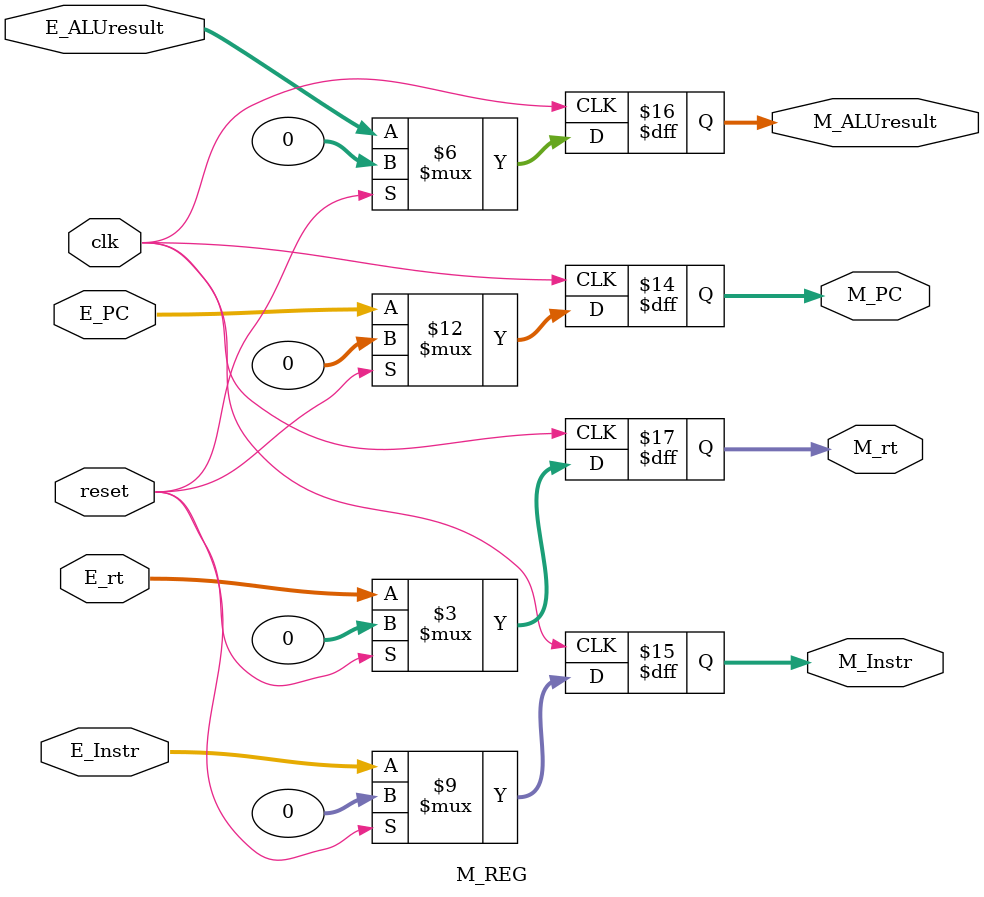
<source format=v>
`timescale 1ns / 1ps
`include "Define.v"
module M_REG(
	input clk,
	input reset,
	input [31:0] E_PC,
	input [31:0] E_Instr,
	input [31:0] E_ALUresult,
	input [31:0] E_rt,
	output reg [31:0] M_PC,
	output reg [31:0] M_Instr,
	output reg [31:0] M_ALUresult,
	output reg [31:0] M_rt
    );
	
	always@(posedge clk) begin
		if(reset) begin
			M_PC <= 32'h0000_0000;
			M_Instr <= 32'h0000_0000;
			M_ALUresult <= 32'h0000_0000;
			M_rt <= 32'h0000_0000;
		end
		else begin
			M_PC <= E_PC;
			M_Instr <= E_Instr;
			M_ALUresult <= E_ALUresult;
			M_rt <= E_rt;
		end
	end
	
endmodule

</source>
